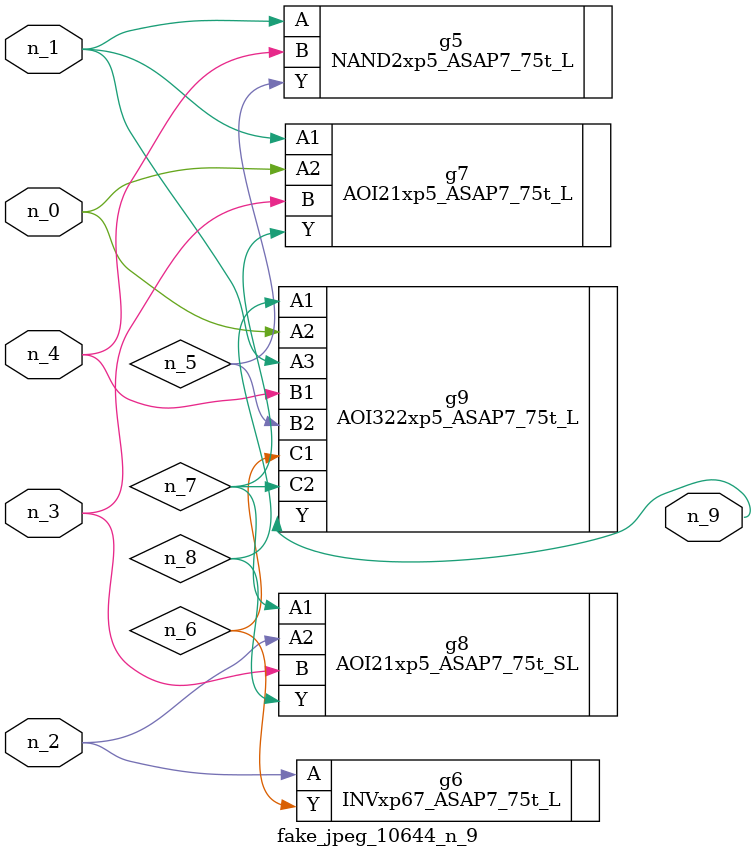
<source format=v>
module fake_jpeg_10644_n_9 (n_3, n_2, n_1, n_0, n_4, n_9);

input n_3;
input n_2;
input n_1;
input n_0;
input n_4;

output n_9;

wire n_8;
wire n_6;
wire n_5;
wire n_7;

NAND2xp5_ASAP7_75t_L g5 ( 
.A(n_1),
.B(n_4),
.Y(n_5)
);

INVxp67_ASAP7_75t_L g6 ( 
.A(n_2),
.Y(n_6)
);

AOI21xp5_ASAP7_75t_L g7 ( 
.A1(n_1),
.A2(n_0),
.B(n_3),
.Y(n_7)
);

AOI21xp5_ASAP7_75t_SL g8 ( 
.A1(n_7),
.A2(n_2),
.B(n_3),
.Y(n_8)
);

AOI322xp5_ASAP7_75t_L g9 ( 
.A1(n_8),
.A2(n_0),
.A3(n_1),
.B1(n_4),
.B2(n_5),
.C1(n_6),
.C2(n_7),
.Y(n_9)
);


endmodule
</source>
